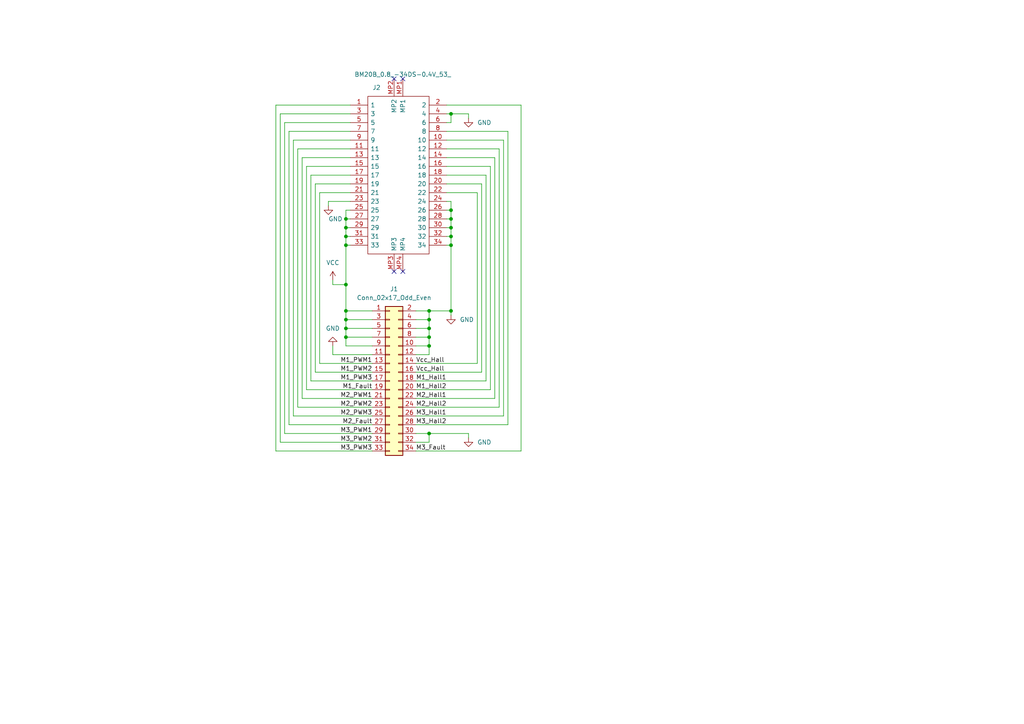
<source format=kicad_sch>
(kicad_sch (version 20211123) (generator eeschema)
  (paper "A4")
  (lib_symbols
    (symbol "Connector_Generic:Conn_02x17_Odd_Even" (pin_names (offset 1.016) hide)
      (property "Reference" "J" (at 1.27 22.86 0))
      (property "Value" "Conn_02x17_Odd_Even" (at 1.27 -22.86 0))
      (symbol "Conn_02x17_Odd_Even_1_1"
        (rectangle (start -1.27 -20.193) (end 0 -20.447) (stroke (width 0.1524)))
        (rectangle (start -1.27 -17.653) (end 0 -17.907) (stroke (width 0.1524)))
        (rectangle (start -1.27 -15.113) (end 0 -15.367) (stroke (width 0.1524)))
        (rectangle (start -1.27 -12.573) (end 0 -12.827) (stroke (width 0.1524)))
        (rectangle (start -1.27 -10.033) (end 0 -10.287) (stroke (width 0.1524)))
        (rectangle (start -1.27 -7.493) (end 0 -7.747) (stroke (width 0.1524)))
        (rectangle (start -1.27 -4.953) (end 0 -5.207) (stroke (width 0.1524)))
        (rectangle (start -1.27 -2.413) (end 0 -2.667) (stroke (width 0.1524)))
        (rectangle (start -1.27 0.127) (end 0 -0.127) (stroke (width 0.1524)))
        (rectangle (start -1.27 2.667) (end 0 2.413) (stroke (width 0.1524)))
        (rectangle (start -1.27 5.207) (end 0 4.953) (stroke (width 0.1524)))
        (rectangle (start -1.27 7.747) (end 0 7.493) (stroke (width 0.1524)))
        (rectangle (start -1.27 10.287) (end 0 10.033) (stroke (width 0.1524)))
        (rectangle (start -1.27 12.827) (end 0 12.573) (stroke (width 0.1524)))
        (rectangle (start -1.27 15.367) (end 0 15.113) (stroke (width 0.1524)))
        (rectangle (start -1.27 17.907) (end 0 17.653) (stroke (width 0.1524)))
        (rectangle (start -1.27 20.447) (end 0 20.193) (stroke (width 0.1524)))
        (rectangle (start -1.27 21.59) (end 3.81 -21.59) (stroke (width 0.254)) (fill (type background)))
        (rectangle (start 3.81 -20.193) (end 2.54 -20.447) (stroke (width 0.1524)))
        (rectangle (start 3.81 -17.653) (end 2.54 -17.907) (stroke (width 0.1524)))
        (rectangle (start 3.81 -15.113) (end 2.54 -15.367) (stroke (width 0.1524)))
        (rectangle (start 3.81 -12.573) (end 2.54 -12.827) (stroke (width 0.1524)))
        (rectangle (start 3.81 -10.033) (end 2.54 -10.287) (stroke (width 0.1524)))
        (rectangle (start 3.81 -7.493) (end 2.54 -7.747) (stroke (width 0.1524)))
        (rectangle (start 3.81 -4.953) (end 2.54 -5.207) (stroke (width 0.1524)))
        (rectangle (start 3.81 -2.413) (end 2.54 -2.667) (stroke (width 0.1524)))
        (rectangle (start 3.81 0.127) (end 2.54 -0.127) (stroke (width 0.1524)))
        (rectangle (start 3.81 2.667) (end 2.54 2.413) (stroke (width 0.1524)))
        (rectangle (start 3.81 5.207) (end 2.54 4.953) (stroke (width 0.1524)))
        (rectangle (start 3.81 7.747) (end 2.54 7.493) (stroke (width 0.1524)))
        (rectangle (start 3.81 10.287) (end 2.54 10.033) (stroke (width 0.1524)))
        (rectangle (start 3.81 12.827) (end 2.54 12.573) (stroke (width 0.1524)))
        (rectangle (start 3.81 15.367) (end 2.54 15.113) (stroke (width 0.1524)))
        (rectangle (start 3.81 17.907) (end 2.54 17.653) (stroke (width 0.1524)))
        (rectangle (start 3.81 20.447) (end 2.54 20.193) (stroke (width 0.1524)))
        (pin passive line (at -5.08 20.32 0) (length 3.81) (name "Pin_1") (number "1"))
        (pin passive line (at 7.62 10.16 180) (length 3.81) (name "Pin_10") (number "10"))
        (pin passive line (at -5.08 7.62 0) (length 3.81) (name "Pin_11") (number "11"))
        (pin passive line (at 7.62 7.62 180) (length 3.81) (name "Pin_12") (number "12"))
        (pin passive line (at -5.08 5.08 0) (length 3.81) (name "Pin_13") (number "13"))
        (pin passive line (at 7.62 5.08 180) (length 3.81) (name "Pin_14") (number "14"))
        (pin passive line (at -5.08 2.54 0) (length 3.81) (name "Pin_15") (number "15"))
        (pin passive line (at 7.62 2.54 180) (length 3.81) (name "Pin_16") (number "16"))
        (pin passive line (at -5.08 0 0) (length 3.81) (name "Pin_17") (number "17"))
        (pin passive line (at 7.62 0 180) (length 3.81) (name "Pin_18") (number "18"))
        (pin passive line (at -5.08 -2.54 0) (length 3.81) (name "Pin_19") (number "19"))
        (pin passive line (at 7.62 20.32 180) (length 3.81) (name "Pin_2") (number "2"))
        (pin passive line (at 7.62 -2.54 180) (length 3.81) (name "Pin_20") (number "20"))
        (pin passive line (at -5.08 -5.08 0) (length 3.81) (name "Pin_21") (number "21"))
        (pin passive line (at 7.62 -5.08 180) (length 3.81) (name "Pin_22") (number "22"))
        (pin passive line (at -5.08 -7.62 0) (length 3.81) (name "Pin_23") (number "23"))
        (pin passive line (at 7.62 -7.62 180) (length 3.81) (name "Pin_24") (number "24"))
        (pin passive line (at -5.08 -10.16 0) (length 3.81) (name "Pin_25") (number "25"))
        (pin passive line (at 7.62 -10.16 180) (length 3.81) (name "Pin_26") (number "26"))
        (pin passive line (at -5.08 -12.7 0) (length 3.81) (name "Pin_27") (number "27"))
        (pin passive line (at 7.62 -12.7 180) (length 3.81) (name "Pin_28") (number "28"))
        (pin passive line (at -5.08 -15.24 0) (length 3.81) (name "Pin_29") (number "29"))
        (pin passive line (at -5.08 17.78 0) (length 3.81) (name "Pin_3") (number "3"))
        (pin passive line (at 7.62 -15.24 180) (length 3.81) (name "Pin_30") (number "30"))
        (pin passive line (at -5.08 -17.78 0) (length 3.81) (name "Pin_31") (number "31"))
        (pin passive line (at 7.62 -17.78 180) (length 3.81) (name "Pin_32") (number "32"))
        (pin passive line (at -5.08 -20.32 0) (length 3.81) (name "Pin_33") (number "33"))
        (pin passive line (at 7.62 -20.32 180) (length 3.81) (name "Pin_34") (number "34"))
        (pin passive line (at 7.62 17.78 180) (length 3.81) (name "Pin_4") (number "4"))
        (pin passive line (at -5.08 15.24 0) (length 3.81) (name "Pin_5") (number "5"))
        (pin passive line (at 7.62 15.24 180) (length 3.81) (name "Pin_6") (number "6"))
        (pin passive line (at -5.08 12.7 0) (length 3.81) (name "Pin_7") (number "7"))
        (pin passive line (at 7.62 12.7 180) (length 3.81) (name "Pin_8") (number "8"))
        (pin passive line (at -5.08 10.16 0) (length 3.81) (name "Pin_9") (number "9"))
      )
    )
    (symbol "SamacSys_Parts:BM20B_0.8_-34DS-0.4V_53_" (pin_names (offset 0.762))
      (property "Reference" "J" (at 52.07 12.7 0))
      (property "Value" "BM20B_0.8_-34DS-0.4V_53_" (at 52.07 10.16 0))
      (symbol "BM20B_0.8_-34DS-0.4V_53__0_0"
        (pin passive line (at 7.62 -15.24 90) (length 5.08) (name "1") (number "1"))
        (pin passive line (at 17.78 12.7 270) (length 5.08) (name "10") (number "10"))
        (pin passive line (at 20.32 -15.24 90) (length 5.08) (name "11") (number "11"))
        (pin passive line (at 20.32 12.7 270) (length 5.08) (name "12") (number "12"))
        (pin passive line (at 22.86 -15.24 90) (length 5.08) (name "13") (number "13"))
        (pin passive line (at 22.86 12.7 270) (length 5.08) (name "14") (number "14"))
        (pin passive line (at 25.4 -15.24 90) (length 5.08) (name "15") (number "15"))
        (pin passive line (at 25.4 12.7 270) (length 5.08) (name "16") (number "16"))
        (pin passive line (at 27.94 -15.24 90) (length 5.08) (name "17") (number "17"))
        (pin passive line (at 27.94 12.7 270) (length 5.08) (name "18") (number "18"))
        (pin passive line (at 30.48 -15.24 90) (length 5.08) (name "19") (number "19"))
        (pin passive line (at 7.62 12.7 270) (length 5.08) (name "2") (number "2"))
        (pin passive line (at 30.48 12.7 270) (length 5.08) (name "20") (number "20"))
        (pin passive line (at 33.02 -15.24 90) (length 5.08) (name "21") (number "21"))
        (pin passive line (at 33.02 12.7 270) (length 5.08) (name "22") (number "22"))
        (pin passive line (at 35.56 -15.24 90) (length 5.08) (name "23") (number "23"))
        (pin passive line (at 35.56 12.7 270) (length 5.08) (name "24") (number "24"))
        (pin passive line (at 38.1 -15.24 90) (length 5.08) (name "25") (number "25"))
        (pin passive line (at 38.1 12.7 270) (length 5.08) (name "26") (number "26"))
        (pin passive line (at 40.64 -15.24 90) (length 5.08) (name "27") (number "27"))
        (pin passive line (at 40.64 12.7 270) (length 5.08) (name "28") (number "28"))
        (pin passive line (at 43.18 -15.24 90) (length 5.08) (name "29") (number "29"))
        (pin passive line (at 10.16 -15.24 90) (length 5.08) (name "3") (number "3"))
        (pin passive line (at 43.18 12.7 270) (length 5.08) (name "30") (number "30"))
        (pin passive line (at 45.72 -15.24 90) (length 5.08) (name "31") (number "31"))
        (pin passive line (at 45.72 12.7 270) (length 5.08) (name "32") (number "32"))
        (pin passive line (at 48.26 -15.24 90) (length 5.08) (name "33") (number "33"))
        (pin passive line (at 48.26 12.7 270) (length 5.08) (name "34") (number "34"))
        (pin passive line (at 10.16 12.7 270) (length 5.08) (name "4") (number "4"))
        (pin passive line (at 12.7 -15.24 90) (length 5.08) (name "5") (number "5"))
        (pin passive line (at 12.7 12.7 270) (length 5.08) (name "6") (number "6"))
        (pin passive line (at 15.24 -15.24 90) (length 5.08) (name "7") (number "7"))
        (pin passive line (at 15.24 12.7 270) (length 5.08) (name "8") (number "8"))
        (pin passive line (at 17.78 -15.24 90) (length 5.08) (name "9") (number "9"))
        (pin passive line (at 0 0 0) (length 5.08) (name "MP1") (number "MP1"))
        (pin passive line (at 0 -2.54 0) (length 5.08) (name "MP2") (number "MP2"))
        (pin passive line (at 55.88 -2.54 180) (length 5.08) (name "MP3") (number "MP3"))
        (pin passive line (at 55.88 0 180) (length 5.08) (name "MP4") (number "MP4"))
      )
      (symbol "BM20B_0.8_-34DS-0.4V_53__0_1"
        (polyline (pts (xy 5.08 7.62) (xy 50.8 7.62) (xy 50.8 -10.16) (xy 5.08 -10.16) (xy 5.08 7.62)) (stroke (width 0.1524)))
      )
    )
    (symbol "power:GND" (power) (pin_names (offset 0))
      (property "Value" "GND" (at 0 -3.81 0))
      (symbol "GND_0_1"
        (polyline (pts (xy 0 0) (xy 0 -1.27) (xy 1.27 -1.27) (xy 0 -2.54) (xy -1.27 -1.27) (xy 0 -1.27)))
      )
      (symbol "GND_1_1"
        (pin power_in line (at 0 0 270) (length 0) hide (name "GND") (number "1"))
      )
    )
    (symbol "power:VCC" (power) (pin_names (offset 0))
      (property "Value" "VCC" (at 0 3.81 0))
      (symbol "VCC_0_1"
        (polyline (pts (xy -0.762 1.27) (xy 0 2.54)))
        (polyline (pts (xy 0 0) (xy 0 2.54)))
        (polyline (pts (xy 0 2.54) (xy 0.762 1.27)))
      )
      (symbol "VCC_1_1"
        (pin power_in line (at 0 0 90) (length 0) hide (name "VCC") (number "1"))
      )
    )
  )
  (junction (at 130.81 63.5))
  (junction (at 100.33 90.17))
  (junction (at 124.46 95.25))
  (junction (at 130.81 71.12))
  (junction (at 100.33 66.04))
  (junction (at 100.33 63.5))
  (junction (at 124.46 97.79))
  (junction (at 100.33 68.58))
  (junction (at 124.46 92.71))
  (junction (at 100.33 82.55))
  (junction (at 130.81 33.02))
  (junction (at 124.46 90.17))
  (junction (at 130.81 60.96))
  (junction (at 100.33 97.79))
  (junction (at 100.33 92.71))
  (junction (at 130.81 68.58))
  (junction (at 124.46 125.73))
  (junction (at 100.33 95.25))
  (junction (at 130.81 90.17))
  (junction (at 124.46 100.33))
  (junction (at 130.81 66.04))
  (junction (at 100.33 71.12))
  (no_connect (at 116.84 22.86))
  (no_connect (at 114.3 22.86))
  (no_connect (at 114.3 78.74))
  (no_connect (at 116.84 78.74))
  (wire (pts (xy 96.52 81.28) (xy 96.52 82.55)))
  (wire (pts (xy 101.6 60.96) (xy 100.33 60.96)))
  (wire (pts (xy 138.43 55.88) (xy 138.43 105.41)))
  (wire (pts (xy 129.54 66.04) (xy 130.81 66.04)))
  (wire (pts (xy 80.01 130.81) (xy 107.95 130.81)))
  (wire (pts (xy 101.6 45.72) (xy 87.63 45.72)))
  (wire (pts (xy 124.46 125.73) (xy 135.89 125.73)))
  (wire (pts (xy 120.65 115.57) (xy 143.51 115.57)))
  (wire (pts (xy 142.24 113.03) (xy 142.24 48.26)))
  (wire (pts (xy 101.6 30.48) (xy 80.01 30.48)))
  (wire (pts (xy 151.13 30.48) (xy 151.13 130.81)))
  (wire (pts (xy 130.81 90.17) (xy 130.81 91.44)))
  (wire (pts (xy 88.9 48.26) (xy 101.6 48.26)))
  (wire (pts (xy 86.36 118.11) (xy 86.36 43.18)))
  (wire (pts (xy 142.24 48.26) (xy 129.54 48.26)))
  (wire (pts (xy 139.7 107.95) (xy 139.7 53.34)))
  (wire (pts (xy 130.81 71.12) (xy 129.54 71.12)))
  (wire (pts (xy 87.63 115.57) (xy 107.95 115.57)))
  (wire (pts (xy 124.46 90.17) (xy 124.46 92.71)))
  (wire (pts (xy 120.65 123.19) (xy 147.32 123.19)))
  (wire (pts (xy 100.33 66.04) (xy 100.33 68.58)))
  (wire (pts (xy 81.28 128.27) (xy 81.28 33.02)))
  (wire (pts (xy 95.25 58.42) (xy 101.6 58.42)))
  (wire (pts (xy 100.33 92.71) (xy 100.33 95.25)))
  (wire (pts (xy 130.81 33.02) (xy 130.81 35.56)))
  (wire (pts (xy 120.65 102.87) (xy 124.46 102.87)))
  (wire (pts (xy 129.54 55.88) (xy 138.43 55.88)))
  (wire (pts (xy 124.46 102.87) (xy 124.46 100.33)))
  (wire (pts (xy 82.55 125.73) (xy 107.95 125.73)))
  (wire (pts (xy 100.33 90.17) (xy 107.95 90.17)))
  (wire (pts (xy 100.33 82.55) (xy 100.33 90.17)))
  (wire (pts (xy 100.33 63.5) (xy 100.33 66.04)))
  (wire (pts (xy 92.71 105.41) (xy 107.95 105.41)))
  (wire (pts (xy 100.33 68.58) (xy 101.6 68.58)))
  (wire (pts (xy 120.65 97.79) (xy 124.46 97.79)))
  (wire (pts (xy 100.33 95.25) (xy 100.33 97.79)))
  (wire (pts (xy 91.44 53.34) (xy 101.6 53.34)))
  (wire (pts (xy 120.65 113.03) (xy 142.24 113.03)))
  (wire (pts (xy 130.81 63.5) (xy 130.81 66.04)))
  (wire (pts (xy 80.01 30.48) (xy 80.01 130.81)))
  (wire (pts (xy 96.52 100.33) (xy 96.52 102.87)))
  (wire (pts (xy 87.63 45.72) (xy 87.63 115.57)))
  (wire (pts (xy 88.9 113.03) (xy 88.9 48.26)))
  (wire (pts (xy 100.33 71.12) (xy 100.33 82.55)))
  (wire (pts (xy 129.54 40.64) (xy 146.05 40.64)))
  (wire (pts (xy 83.82 38.1) (xy 101.6 38.1)))
  (wire (pts (xy 135.89 34.29) (xy 135.89 33.02)))
  (wire (pts (xy 100.33 66.04) (xy 101.6 66.04)))
  (wire (pts (xy 147.32 38.1) (xy 129.54 38.1)))
  (wire (pts (xy 130.81 58.42) (xy 129.54 58.42)))
  (wire (pts (xy 83.82 123.19) (xy 83.82 38.1)))
  (wire (pts (xy 129.54 63.5) (xy 130.81 63.5)))
  (wire (pts (xy 130.81 68.58) (xy 130.81 71.12)))
  (wire (pts (xy 140.97 50.8) (xy 140.97 110.49)))
  (wire (pts (xy 107.95 113.03) (xy 88.9 113.03)))
  (wire (pts (xy 129.54 50.8) (xy 140.97 50.8)))
  (wire (pts (xy 82.55 35.56) (xy 82.55 125.73)))
  (wire (pts (xy 120.65 100.33) (xy 124.46 100.33)))
  (wire (pts (xy 100.33 90.17) (xy 100.33 92.71)))
  (wire (pts (xy 100.33 92.71) (xy 107.95 92.71)))
  (wire (pts (xy 135.89 33.02) (xy 130.81 33.02)))
  (wire (pts (xy 129.54 35.56) (xy 130.81 35.56)))
  (wire (pts (xy 143.51 45.72) (xy 143.51 115.57)))
  (wire (pts (xy 124.46 128.27) (xy 124.46 125.73)))
  (wire (pts (xy 124.46 90.17) (xy 130.81 90.17)))
  (wire (pts (xy 100.33 97.79) (xy 107.95 97.79)))
  (wire (pts (xy 96.52 82.55) (xy 100.33 82.55)))
  (wire (pts (xy 95.25 58.42) (xy 95.25 59.69)))
  (wire (pts (xy 120.65 128.27) (xy 124.46 128.27)))
  (wire (pts (xy 92.71 55.88) (xy 92.71 105.41)))
  (wire (pts (xy 124.46 95.25) (xy 124.46 97.79)))
  (wire (pts (xy 100.33 63.5) (xy 101.6 63.5)))
  (wire (pts (xy 85.09 120.65) (xy 107.95 120.65)))
  (wire (pts (xy 139.7 53.34) (xy 129.54 53.34)))
  (wire (pts (xy 100.33 68.58) (xy 100.33 71.12)))
  (wire (pts (xy 129.54 68.58) (xy 130.81 68.58)))
  (wire (pts (xy 135.89 127) (xy 135.89 125.73)))
  (wire (pts (xy 130.81 33.02) (xy 129.54 33.02)))
  (wire (pts (xy 100.33 100.33) (xy 107.95 100.33)))
  (wire (pts (xy 101.6 50.8) (xy 90.17 50.8)))
  (wire (pts (xy 130.81 71.12) (xy 130.81 90.17)))
  (wire (pts (xy 129.54 45.72) (xy 143.51 45.72)))
  (wire (pts (xy 144.78 43.18) (xy 129.54 43.18)))
  (wire (pts (xy 107.95 118.11) (xy 86.36 118.11)))
  (wire (pts (xy 100.33 60.96) (xy 100.33 63.5)))
  (wire (pts (xy 90.17 50.8) (xy 90.17 110.49)))
  (wire (pts (xy 101.6 55.88) (xy 92.71 55.88)))
  (wire (pts (xy 120.65 120.65) (xy 146.05 120.65)))
  (wire (pts (xy 120.65 95.25) (xy 124.46 95.25)))
  (wire (pts (xy 101.6 35.56) (xy 82.55 35.56)))
  (wire (pts (xy 107.95 128.27) (xy 81.28 128.27)))
  (wire (pts (xy 86.36 43.18) (xy 101.6 43.18)))
  (wire (pts (xy 120.65 105.41) (xy 138.43 105.41)))
  (wire (pts (xy 91.44 107.95) (xy 91.44 53.34)))
  (wire (pts (xy 100.33 95.25) (xy 107.95 95.25)))
  (wire (pts (xy 85.09 40.64) (xy 85.09 120.65)))
  (wire (pts (xy 120.65 92.71) (xy 124.46 92.71)))
  (wire (pts (xy 129.54 30.48) (xy 151.13 30.48)))
  (wire (pts (xy 130.81 58.42) (xy 130.81 60.96)))
  (wire (pts (xy 124.46 92.71) (xy 124.46 95.25)))
  (wire (pts (xy 129.54 60.96) (xy 130.81 60.96)))
  (wire (pts (xy 120.65 90.17) (xy 124.46 90.17)))
  (wire (pts (xy 107.95 123.19) (xy 83.82 123.19)))
  (wire (pts (xy 120.65 130.81) (xy 151.13 130.81)))
  (wire (pts (xy 124.46 97.79) (xy 124.46 100.33)))
  (wire (pts (xy 101.6 40.64) (xy 85.09 40.64)))
  (wire (pts (xy 130.81 66.04) (xy 130.81 68.58)))
  (wire (pts (xy 120.65 125.73) (xy 124.46 125.73)))
  (wire (pts (xy 120.65 118.11) (xy 144.78 118.11)))
  (wire (pts (xy 100.33 71.12) (xy 101.6 71.12)))
  (wire (pts (xy 120.65 110.49) (xy 140.97 110.49)))
  (wire (pts (xy 81.28 33.02) (xy 101.6 33.02)))
  (wire (pts (xy 107.95 107.95) (xy 91.44 107.95)))
  (wire (pts (xy 100.33 97.79) (xy 100.33 100.33)))
  (wire (pts (xy 146.05 40.64) (xy 146.05 120.65)))
  (wire (pts (xy 144.78 118.11) (xy 144.78 43.18)))
  (wire (pts (xy 130.81 60.96) (xy 130.81 63.5)))
  (wire (pts (xy 147.32 123.19) (xy 147.32 38.1)))
  (wire (pts (xy 120.65 107.95) (xy 139.7 107.95)))
  (wire (pts (xy 90.17 110.49) (xy 107.95 110.49)))
  (wire (pts (xy 107.95 102.87) (xy 96.52 102.87)))
  (label "Vcc_Hall" (at 120.65 107.95 0))
  (label "M2_Hall1" (at 120.65 115.57 0))
  (label "M2_PWM1" (at 107.95 115.57 180))
  (label "M3_Fault" (at 120.65 130.81 0))
  (label "M1_Fault" (at 107.95 113.03 180))
  (label "M3_Hall1" (at 120.65 120.65 0))
  (label "M1_PWM1" (at 107.95 105.41 180))
  (label "M1_PWM3" (at 107.95 110.49 180))
  (label "Vcc_Hall" (at 120.65 105.41 0))
  (label "M3_PWM3" (at 107.95 130.81 180))
  (label "M1_Hall2" (at 120.65 113.03 0))
  (label "M2_Fault" (at 107.95 123.19 180))
  (label "M1_PWM2" (at 107.95 107.95 180))
  (label "M2_PWM3" (at 107.95 120.65 180))
  (label "M1_Hall1" (at 120.65 110.49 0))
  (label "M3_PWM2" (at 107.95 128.27 180))
  (label "M3_PWM1" (at 107.95 125.73 180))
  (label "M2_PWM2" (at 107.95 118.11 180))
  (label "M3_Hall2" (at 120.65 123.19 0))
  (label "M2_Hall2" (at 120.65 118.11 0))
  (symbol (lib_id "power:GND") (at 135.89 34.29 0) (unit 1)
    (property "Reference" "#PWR0101" (effects hide))
    (property "Value" "GND" (at 138.43 35.5599 0) (effects (justify left)))
  )
  (symbol (lib_id "power:GND") (at 135.89 127 0) (unit 1)
    (property "Reference" "#PWR0106" (effects hide))
    (property "Value" "GND" (at 138.43 128.2699 0) (effects (justify left)))
  )
  (symbol (lib_id "power:GND") (at 130.81 91.44 0) (unit 1)
    (property "Reference" "#PWR0105" (effects hide))
    (property "Value" "GND" (at 133.35 92.7099 0) (effects (justify left)))
  )
  (symbol (lib_id "power:GND") (at 95.25 59.69 0) (unit 1)
    (property "Reference" "#PWR0103" (effects hide))
    (property "Value" "GND" (at 95.25 63.5 0) (effects (justify left)))
  )
  (symbol (lib_id "power:VCC") (at 96.52 81.28 0) (unit 1)
    (property "Reference" "#PWR0104" (effects hide))
    (property "Value" "VCC" (at 96.52 76.2 0))
  )
  (symbol (lib_id "Connector_Generic:Conn_02x17_Odd_Even") (at 113.03 110.49 0) (unit 1)
    (property "Reference" "J1" (at 114.3 83.82 0))
    (property "Value" "Conn_02x17_Odd_Even" (at 114.3 86.36 0))
    (property "Footprint" "Connector_PinHeader_2.54mm:PinHeader_2x17_P2.54mm_Vertical" (effects hide))
  )
  (symbol (lib_id "power:GND") (at 96.52 100.33 180) (unit 1)
    (property "Reference" "#PWR0102" (effects hide))
    (property "Value" "GND" (at 96.52 95.25 0))
  )
  (symbol (lib_id "SamacSys_Parts:BM20B_0.8_-34DS-0.4V_53_") (at 116.84 22.86 270) (unit 1)
    (property "Reference" "J2" (at 109.22 25.4 90))
    (property "Value" "BM20B_0.8_-34DS-0.4V_53_" (at 116.84 21.59 90))
    (property "Footprint" "SamacSys_Parts:BM20B0834DS04V53" (effects hide))
    (property "Datasheet" "https://www.hirose.com/en/product/document?clcode=CL0684-9020-0-53&productname=BM20B(0.8)-34DS-0.4V(53)&series=BM20&documenttype=2DDrawing&lang=en&documentid=0001372404" (effects hide))
    (property "Description" "Board to Board & Mezzanine Connectors 34P DR RCP B2B/B2FPC 0.8mm H 0.4mm P VSMT" (effects hide))
    (property "Height" "0.9" (effects hide))
    (property "Mouser Part Number" "798-BM20B0834DS04V53" (effects hide))
    (property "Mouser Price/Stock" "https://www.mouser.co.uk/ProductDetail/Hirose-Connector/BM20B08-34DS-04V53?qs=AAveGqk956HKBDZ2sUIWMg%3D%3D" (effects hide))
    (property "Manufacturer_Name" "Hirose" (effects hide))
    (property "Manufacturer_Part_Number" "BM20B(0.8)-34DS-0.4V(53)" (effects hide))
  )
)
</source>
